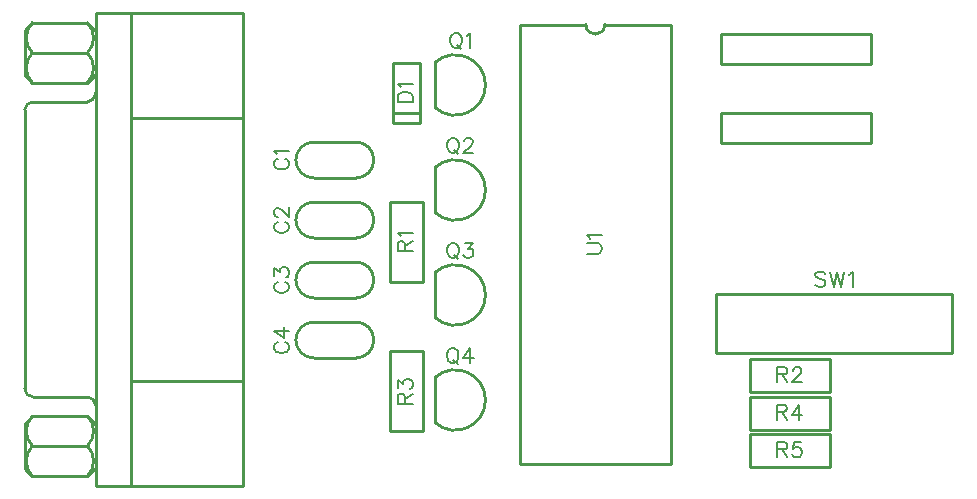
<source format=gbr>
G04 DipTrace 3.0.0.2*
G04 TopSilk.gbr*
%MOMM*%
G04 #@! TF.FileFunction,Legend,Top*
G04 #@! TF.Part,Single*
%ADD10C,0.25*%
%ADD55C,0.19608*%
%FSLAX35Y35*%
G04*
G71*
G90*
G75*
G01*
G04 TopSilk*
%LPD*%
X2733394Y3919400D2*
D10*
X2378099D1*
X2733394Y3614600D2*
X2378099D1*
Y3919400D2*
G03X2378099Y3614600I-152J-152400D01*
G01*
X2733394D2*
G03X2733394Y3919400I152J152400D01*
G01*
Y3411400D2*
X2378099D1*
X2733394Y3106600D2*
X2378099D1*
Y3411400D2*
G03X2378099Y3106600I-152J-152400D01*
G01*
X2733394D2*
G03X2733394Y3411400I152J152400D01*
G01*
Y2903400D2*
X2378099D1*
X2733394Y2598600D2*
X2378099D1*
Y2903400D2*
G03X2378099Y2598600I-152J-152400D01*
G01*
X2733394D2*
G03X2733394Y2903400I152J152400D01*
G01*
Y2395400D2*
X2378099D1*
X2733394Y2090600D2*
X2378099D1*
Y2395400D2*
G03X2378099Y2090600I-152J-152400D01*
G01*
X2733394D2*
G03X2733394Y2395400I152J152400D01*
G01*
X3274000Y4080300D2*
X3044000D1*
Y4590700D1*
X3274000Y4165096D2*
X3044000D1*
X3274000Y4590700D2*
X3044000D1*
X3274000Y4080300D2*
Y4590700D1*
X-5436Y4674000D2*
G03X-5436Y4422000I127284J-126000D01*
G01*
Y4930000D2*
G03X-5436Y4674000I132225J-128000D01*
G01*
X460818D2*
G03X460818Y4930000I-132225J128000D01*
G01*
Y4422000D2*
G03X460818Y4674000I-127284J126000D01*
G01*
X-5436Y1346000D2*
G03X-5436Y1090000I132225J-128000D01*
G01*
Y1598000D2*
G03X-5436Y1346000I127284J-126000D01*
G01*
X460818D2*
G03X460818Y1598000I-127284J126000D01*
G01*
Y1090000D2*
G03X460818Y1346000I-132225J128000D01*
G01*
X-70193Y1830000D2*
G03X115Y1762000I68913J905D01*
G01*
Y4258000D2*
G03X-70193Y4190000I-1395J-68905D01*
G01*
X529276Y1690000D2*
G03X458968Y1762000I-76043J-3928D01*
G01*
Y4258000D2*
G03X529276Y4330000I-5735J75928D01*
G01*
X460818Y4422000D2*
X523725Y4486000D1*
X460818Y4422000D2*
X-5436D1*
X-7286D2*
X-70193Y4486000D1*
Y4866000D1*
X-7286Y4930000D1*
X120379D2*
X100026D1*
X460818D2*
X-5436D1*
X523725Y4866000D2*
X460818Y4930000D1*
Y4674000D2*
X-5436D1*
X460818Y1090000D2*
X523725Y1154000D1*
X460818Y1090000D2*
X-5436D1*
X-7286D2*
X-70193Y1154000D1*
Y1534000D1*
X-7286Y1598000D1*
X120379D2*
X100026D1*
X460818D2*
X-5436D1*
X523725Y1534000D2*
X460818Y1598000D1*
Y1346000D2*
X-5436D1*
X1780020Y5010000D2*
X529276D1*
X1780020Y1010000D2*
X529276D1*
X458968Y4258000D2*
X115D1*
X458968Y1762000D2*
X115D1*
X-70193Y1830000D2*
Y4190000D1*
X1780020Y1010000D2*
Y5010000D1*
Y4126000D2*
X829010D1*
X529276Y1010000D2*
Y5010000D1*
X1780020Y1894000D2*
X829010D1*
Y1010000D2*
Y5010000D1*
X7096056Y4576619D2*
X5825944D1*
Y4830623D1*
X7096056D1*
Y4576619D1*
Y3909869D2*
X5825944D1*
Y4163873D1*
X7096056D1*
Y3909869D1*
X3405018Y4209924D2*
G03X3405018Y4594076I169086J192076D01*
G01*
Y4209924D1*
Y3320924D2*
G03X3405018Y3705076I169086J192076D01*
G01*
Y3320924D1*
Y2431924D2*
G03X3405018Y2816076I169086J192076D01*
G01*
Y2431924D1*
Y1542924D2*
G03X3405018Y1927076I169086J192076D01*
G01*
Y1542924D1*
X3299000Y3414477D2*
Y2735277D1*
X3019000Y3414477D2*
Y2735277D1*
Y3414477D2*
X3299000D1*
X3019000Y2735277D2*
X3299000D1*
X6067400Y2081377D2*
X6746600D1*
X6067400Y1801377D2*
X6746600D1*
X6067400D2*
Y2081377D1*
X6746600Y1801377D2*
Y2081377D1*
X3019000Y1468400D2*
Y2147600D1*
X3299000Y1468400D2*
Y2147600D1*
Y1468400D2*
X3019000D1*
X3299000Y2147600D2*
X3019000D1*
X6746600Y1483873D2*
X6067400D1*
X6746600Y1763873D2*
X6067400D1*
X6746600D2*
Y1483873D1*
X6067400Y1763873D2*
Y1483873D1*
Y1446373D2*
X6746600D1*
X6067400Y1166373D2*
X6746600D1*
X6067400D2*
Y1446373D1*
X6746600Y1166373D2*
Y1446373D1*
X5781377Y2635100D2*
X7781377D1*
Y2135100D1*
X5781377D1*
Y2635100D1*
X5400321Y4912627D2*
Y1192627D1*
X4120433D2*
X5400321D1*
X4120433Y4912627D2*
Y1192627D1*
Y4912627D2*
X4680384D1*
X5400321D2*
X4840370D1*
X4680384D2*
G03X4840370Y4912627I79993J13D01*
G01*
X2069883Y3777715D2*
D55*
X2057810Y3771679D1*
X2045597Y3759466D1*
X2039560Y3747392D1*
Y3723106D1*
X2045597Y3710892D1*
X2057810Y3698819D1*
X2069883Y3692642D1*
X2088133Y3686606D1*
X2118597D1*
X2136706Y3692642D1*
X2148920Y3698819D1*
X2160993Y3710892D1*
X2167170Y3723106D1*
Y3747392D1*
X2160993Y3759465D1*
X2148920Y3771679D1*
X2136706Y3777715D1*
X2063987Y3816931D2*
X2057810Y3829145D1*
X2039701Y3847395D1*
X2167170Y3847394D1*
X2069883Y3242411D2*
X2057810Y3236374D1*
X2045597Y3224161D1*
X2039560Y3212088D1*
Y3187801D1*
X2045597Y3175588D1*
X2057810Y3163515D1*
X2069883Y3157338D1*
X2088133Y3151301D1*
X2118597D1*
X2136706Y3157338D1*
X2148920Y3163515D1*
X2160993Y3175588D1*
X2167170Y3187801D1*
Y3212087D1*
X2160993Y3224161D1*
X2148920Y3236374D1*
X2136706Y3242411D1*
X2070024Y3287803D2*
X2063987D1*
X2051774Y3293840D1*
X2045737Y3299876D1*
X2039701Y3312090D1*
Y3336376D1*
X2045737Y3348449D1*
X2051774Y3354486D1*
X2063987Y3360663D1*
X2076060D1*
X2088274Y3354486D1*
X2106383Y3342413D1*
X2167170Y3281626D1*
Y3366699D1*
X2069883Y2734411D2*
X2057810Y2728374D1*
X2045597Y2716161D1*
X2039560Y2704088D1*
Y2679801D1*
X2045597Y2667588D1*
X2057810Y2655515D1*
X2069883Y2649338D1*
X2088133Y2643301D1*
X2118597D1*
X2136706Y2649338D1*
X2148920Y2655515D1*
X2160993Y2667588D1*
X2167170Y2679801D1*
Y2704087D1*
X2160993Y2716161D1*
X2148920Y2728374D1*
X2136706Y2734411D1*
X2039701Y2785840D2*
Y2852522D1*
X2088274Y2816163D1*
Y2834413D1*
X2094310Y2846486D1*
X2100347Y2852522D1*
X2118597Y2858699D1*
X2130670D1*
X2148920Y2852522D1*
X2161133Y2840449D1*
X2167170Y2822199D1*
Y2803949D1*
X2161133Y2785840D1*
X2154956Y2779803D1*
X2142883Y2773626D1*
X2069883Y2223392D2*
X2057810Y2217356D1*
X2045597Y2205142D1*
X2039560Y2193069D1*
Y2168783D1*
X2045597Y2156569D1*
X2057810Y2144496D1*
X2069883Y2138319D1*
X2088133Y2132283D1*
X2118597D1*
X2136706Y2138319D1*
X2148920Y2144496D1*
X2160993Y2156569D1*
X2167170Y2168783D1*
Y2193069D1*
X2160993Y2205142D1*
X2148920Y2217356D1*
X2136706Y2223392D1*
X2167170Y2323394D2*
X2039701Y2323395D1*
X2124633Y2262608D1*
Y2353718D1*
X3087544Y4258124D2*
X3215154D1*
Y4300661D1*
X3208977Y4318911D1*
X3196904Y4331124D1*
X3184691Y4337161D1*
X3166581Y4343197D1*
X3136117D1*
X3117867Y4337161D1*
X3105794Y4331124D1*
X3093581Y4318911D1*
X3087544Y4300661D1*
Y4258124D1*
X3111971Y4382413D2*
X3105794Y4394626D1*
X3087685Y4412876D1*
X3215154D1*
X3570527Y4843884D2*
X3558454Y4837988D1*
X3546241Y4825774D1*
X3540204Y4813561D1*
X3534027Y4795311D1*
Y4764988D1*
X3540204Y4746738D1*
X3546241Y4734665D1*
X3558454Y4722451D1*
X3570527Y4716415D1*
X3594814D1*
X3607027Y4722451D1*
X3619100Y4734665D1*
X3625137Y4746738D1*
X3631314Y4764988D1*
Y4795311D1*
X3625137Y4813561D1*
X3619100Y4825774D1*
X3607027Y4837988D1*
X3594814Y4843884D1*
X3570527D1*
X3588777Y4740701D2*
X3625137Y4704201D1*
X3670529Y4819457D2*
X3682743Y4825634D1*
X3700993Y4843743D1*
Y4716274D1*
X3543222Y3954884D2*
X3531149Y3948988D1*
X3518936Y3936774D1*
X3512899Y3924561D1*
X3506722Y3906311D1*
Y3875988D1*
X3512899Y3857738D1*
X3518936Y3845665D1*
X3531149Y3833451D1*
X3543222Y3827415D1*
X3567509D1*
X3579722Y3833451D1*
X3591795Y3845665D1*
X3597832Y3857738D1*
X3604009Y3875988D1*
Y3906311D1*
X3597832Y3924561D1*
X3591795Y3936774D1*
X3579722Y3948988D1*
X3567509Y3954884D1*
X3543222D1*
X3561472Y3851701D2*
X3597832Y3815201D1*
X3649401Y3924420D2*
Y3930457D1*
X3655438Y3942670D1*
X3661475Y3948707D1*
X3673688Y3954743D1*
X3697975D1*
X3710048Y3948707D1*
X3716084Y3942670D1*
X3722261Y3930457D1*
Y3918384D1*
X3716084Y3906170D1*
X3704011Y3888061D1*
X3643225Y3827274D1*
X3728298D1*
X3543222Y3065884D2*
X3531149Y3059988D1*
X3518936Y3047774D1*
X3512899Y3035561D1*
X3506722Y3017311D1*
Y2986988D1*
X3512899Y2968738D1*
X3518936Y2956665D1*
X3531149Y2944451D1*
X3543222Y2938415D1*
X3567509D1*
X3579722Y2944451D1*
X3591795Y2956665D1*
X3597832Y2968738D1*
X3604009Y2986988D1*
Y3017311D1*
X3597832Y3035561D1*
X3591795Y3047774D1*
X3579722Y3059988D1*
X3567509Y3065884D1*
X3543222D1*
X3561472Y2962701D2*
X3597832Y2926201D1*
X3655438Y3065743D2*
X3722121D1*
X3685761Y3017170D1*
X3704011D1*
X3716084Y3011134D1*
X3722121Y3005097D1*
X3728298Y2986847D1*
Y2974774D1*
X3722121Y2956524D1*
X3710048Y2944311D1*
X3691798Y2938274D1*
X3673548D1*
X3655438Y2944311D1*
X3649401Y2950488D1*
X3643225Y2962561D1*
X3540204Y2176884D2*
X3528131Y2170988D1*
X3515918Y2158774D1*
X3509881Y2146561D1*
X3503704Y2128311D1*
Y2097988D1*
X3509881Y2079738D1*
X3515918Y2067665D1*
X3528131Y2055451D1*
X3540204Y2049415D1*
X3564491D1*
X3576704Y2055451D1*
X3588777Y2067665D1*
X3594814Y2079738D1*
X3600991Y2097988D1*
Y2128311D1*
X3594814Y2146561D1*
X3588777Y2158774D1*
X3576704Y2170988D1*
X3564491Y2176884D1*
X3540204D1*
X3558454Y2073701D2*
X3594814Y2037201D1*
X3700993Y2049274D2*
Y2176743D1*
X3640206Y2091811D1*
X3731316D1*
X3148331Y2997501D2*
Y3052110D1*
X3142154Y3070360D1*
X3136117Y3076537D1*
X3124044Y3082574D1*
X3111831D1*
X3099758Y3076537D1*
X3093581Y3070360D1*
X3087544Y3052110D1*
Y2997501D1*
X3215154D1*
X3148331Y3040037D2*
X3215154Y3082574D1*
X3111971Y3121790D2*
X3105794Y3134003D1*
X3087685Y3152253D1*
X3215154D1*
X6302319Y1952046D2*
X6356929D1*
X6375179Y1958223D1*
X6381356Y1964259D1*
X6387392Y1976332D1*
Y1988546D1*
X6381356Y2000619D1*
X6375179Y2006796D1*
X6356929Y2012832D1*
X6302319D1*
Y1885223D1*
X6344856Y1952046D2*
X6387392Y1885223D1*
X6432785Y1982369D2*
Y1988406D1*
X6438821Y2000619D1*
X6444858Y2006656D1*
X6457071Y2012692D1*
X6481358D1*
X6493431Y2006656D1*
X6499467Y2000619D1*
X6505644Y1988406D1*
Y1976332D1*
X6499467Y1964119D1*
X6487394Y1946009D1*
X6426608Y1885223D1*
X6511681D1*
X3148331Y1703319D2*
Y1757929D1*
X3142154Y1776179D1*
X3136117Y1782356D1*
X3124044Y1788392D1*
X3111831D1*
X3099758Y1782356D1*
X3093581Y1776179D1*
X3087544Y1757929D1*
Y1703319D1*
X3215154D1*
X3148331Y1745856D2*
X3215154Y1788392D1*
X3087685Y1839822D2*
Y1906504D1*
X3136258Y1870145D1*
Y1888394D1*
X3142294Y1900468D1*
X3148331Y1906504D1*
X3166581Y1912681D1*
X3178654D1*
X3196904Y1906504D1*
X3209117Y1894431D1*
X3215154Y1876181D1*
Y1857931D1*
X3209117Y1839821D1*
X3202941Y1833785D1*
X3190867Y1827608D1*
X6299301Y1634543D2*
X6353910D1*
X6372160Y1640719D1*
X6378337Y1646756D1*
X6384374Y1658829D1*
Y1671043D1*
X6378337Y1683116D1*
X6372160Y1689293D1*
X6353910Y1695329D1*
X6299301D1*
Y1567719D1*
X6341837Y1634543D2*
X6384374Y1567719D1*
X6484376D2*
Y1695189D1*
X6423590Y1610256D1*
X6514699D1*
X6302319Y1317043D2*
X6356929D1*
X6375179Y1323219D1*
X6381356Y1329256D1*
X6387392Y1341329D1*
Y1353543D1*
X6381356Y1365616D1*
X6375179Y1371793D1*
X6356929Y1377829D1*
X6302319D1*
Y1250219D1*
X6344856Y1317043D2*
X6387392Y1250219D1*
X6499467Y1377689D2*
X6438821D1*
X6432785Y1323079D1*
X6438821Y1329116D1*
X6457071Y1335293D1*
X6475181D1*
X6493431Y1329116D1*
X6505644Y1317043D1*
X6511681Y1298793D1*
Y1286719D1*
X6505644Y1268469D1*
X6493431Y1256256D1*
X6475181Y1250219D1*
X6457071D1*
X6438821Y1256256D1*
X6432785Y1262433D1*
X6426608Y1274506D1*
X6708679Y2802837D2*
X6696606Y2815050D1*
X6678356Y2821087D1*
X6654070D1*
X6635820Y2815050D1*
X6623606Y2802837D1*
Y2790764D1*
X6629783Y2778550D1*
X6635820Y2772514D1*
X6647893Y2766477D1*
X6684393Y2754264D1*
X6696606Y2748227D1*
X6702643Y2742050D1*
X6708679Y2729977D1*
Y2711727D1*
X6696606Y2699654D1*
X6678356Y2693477D1*
X6654070D1*
X6635820Y2699654D1*
X6623606Y2711727D1*
X6747895Y2821087D2*
X6778358Y2693477D1*
X6808681Y2821087D1*
X6839005Y2693477D1*
X6869468Y2821087D1*
X6908684Y2796660D2*
X6920897Y2802837D1*
X6939147Y2820946D1*
Y2693477D1*
X4688921Y2975251D2*
X4780031D1*
X4798281Y2981287D1*
X4810354Y2993501D1*
X4816531Y3011751D1*
Y3023824D1*
X4810354Y3042074D1*
X4798281Y3054287D1*
X4780031Y3060324D1*
X4688921D1*
X4713348Y3099540D2*
X4707171Y3111753D1*
X4689061Y3130003D1*
X4816531D1*
M02*

</source>
